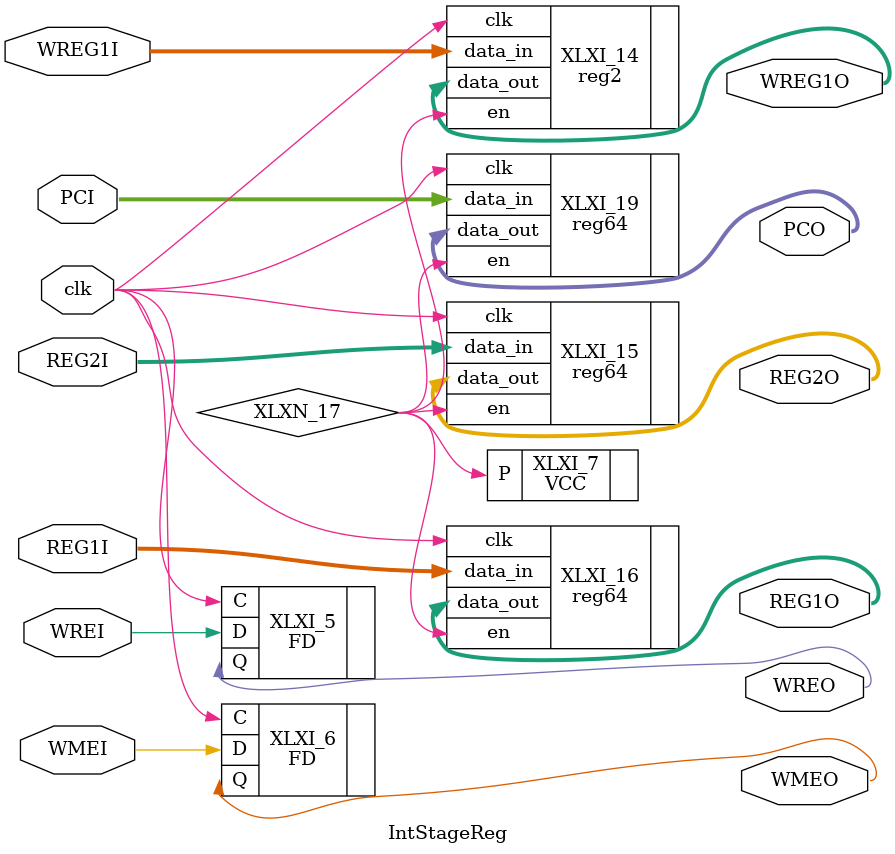
<source format=v>
`timescale 1ns / 1ps

module IntStageReg(clk, 
                   PCI, 
                   REG1I, 
                   REG2I, 
                   WMEI, 
                   WREG1I, 
                   WREI, 
                   PCO, 
                   REG1O, 
                   REG2O, 
                   WMEO, 
                   WREG1O, 
                   WREO);

    input clk;
    input [63:0] PCI;
    input [63:0] REG1I;
    input [63:0] REG2I;
    input WMEI;
    input [1:0] WREG1I;
    input WREI;
   output [63:0] PCO;
   output [63:0] REG1O;
   output [63:0] REG2O;
   output WMEO;
   output [1:0] WREG1O;
   output WREO;
   
   wire XLXN_17;
   
   FD XLXI_5 (.C(clk), 
              .D(WREI), 
              .Q(WREO));
   defparam XLXI_5.INIT = 1'b0;
   FD XLXI_6 (.C(clk), 
              .D(WMEI), 
              .Q(WMEO));
   defparam XLXI_6.INIT = 1'b0;
   VCC XLXI_7 (.P(XLXN_17));
   reg2 XLXI_14 (.clk(clk), 
                 .data_in(WREG1I[1:0]), 
                 .en(XLXN_17), 
                 .data_out(WREG1O[1:0]));
   reg64 XLXI_15 (.clk(clk), 
                  .data_in(REG2I[63:0]), 
                  .en(XLXN_17), 
                  .data_out(REG2O[63:0]));
   reg64 XLXI_16 (.clk(clk), 
                  .data_in(REG1I[63:0]), 
                  .en(XLXN_17), 
                  .data_out(REG1O[63:0]));
   reg64 XLXI_19 (.clk(clk), 
                  .data_in(PCI[63:0]), 
                  .en(XLXN_17), 
                  .data_out(PCO[63:0]));
endmodule

</source>
